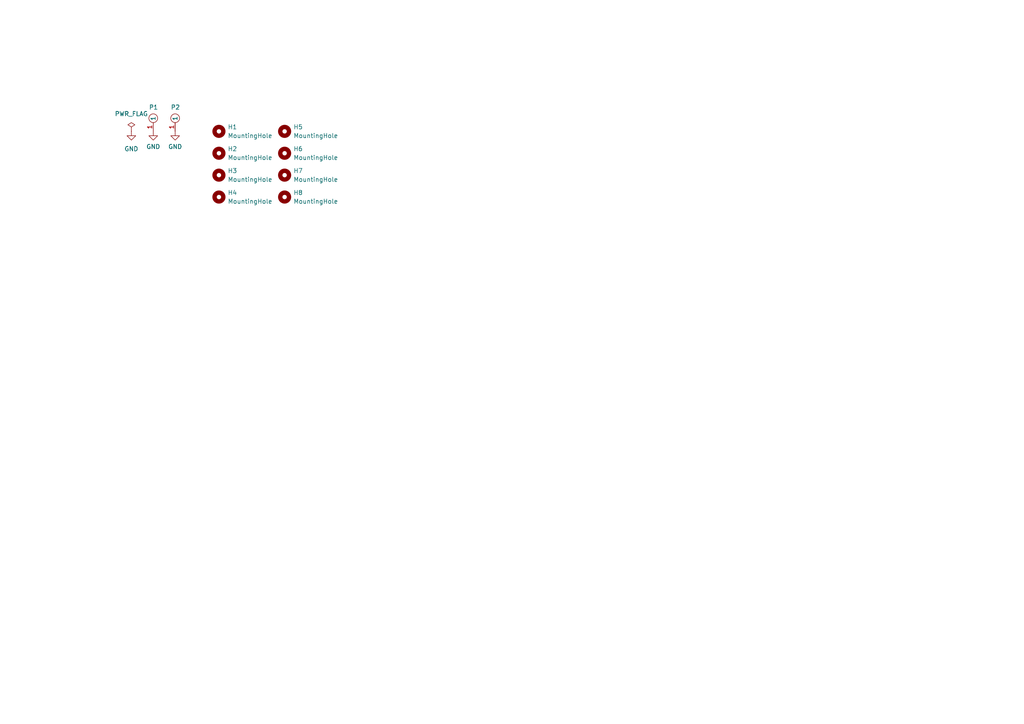
<source format=kicad_sch>
(kicad_sch (version 20211123) (generator eeschema)
  (paper "A4")
  (lib_symbols
    (symbol "00_KeyParts:DummyPad"
      (property "Reference" "P" (at 0 0 0))
      (property "Value" "DummyPad" (at 0 -5.08 0))
      (symbol "DummyPad_0_1"
        (circle (center 3.81 -2.54) (radius 1.27))
      )
      (symbol "DummyPad_1_1"
        (pin input line (at 0 -2.54 0) (length 2.54) (name "1") (number "1"))
      )
    )
    (symbol "Mechanical:MountingHole" (pin_names (offset 1.016))
      (property "Reference" "H" (at 0 5.08 0))
      (property "Value" "MountingHole" (at 0 3.175 0))
      (symbol "MountingHole_0_1"
        (circle (center 0 0) (radius 1.27) (stroke (width 1.27)))
      )
    )
    (symbol "power:GND" (power) (pin_names (offset 0))
      (property "Value" "GND" (at 0 -3.81 0))
      (symbol "GND_0_1"
        (polyline (pts (xy 0 0) (xy 0 -1.27) (xy 1.27 -1.27) (xy 0 -2.54) (xy -1.27 -1.27) (xy 0 -1.27)))
      )
      (symbol "GND_1_1"
        (pin power_in line (at 0 0 270) (length 0) hide (name "GND") (number "1"))
      )
    )
    (symbol "power:PWR_FLAG" (power) (pin_numbers hide) (pin_names (offset 0) hide)
      (property "Value" "PWR_FLAG" (at 0 3.81 0))
      (symbol "PWR_FLAG_0_0"
        (pin power_out line (at 0 0 90) (length 0) (name "pwr") (number "1"))
      )
      (symbol "PWR_FLAG_0_1"
        (polyline (pts (xy 0 0) (xy 0 1.27) (xy -1.016 1.905) (xy 0 2.54) (xy 1.016 1.905) (xy 0 1.27)))
      )
    )
  )
  (symbol (lib_id "Mechanical:MountingHole") (at 63.5 44.45 0) (unit 1)
    (property "Reference" "H2" (at 66.04 43.1799 0) (effects (justify left)))
    (property "Value" "MountingHole" (at 66.04 45.7199 0) (effects (justify left)))
    (property "Footprint" "MountingHole:MountingHole_2.2mm_M2" (effects hide))
  )
  (symbol (lib_id "00_KeyParts:DummyPad") (at 48.26 38.1 90) (unit 1)
    (property "Reference" "P2" (at 49.53 31.115 90) (effects (justify right)))
    (property "Value" "DummyPad" (effects hide))
    (property "Footprint" "00_KeyParts:DummyPad" (effects hide))
  )
  (symbol (lib_id "Mechanical:MountingHole") (at 63.5 57.15 0) (unit 1)
    (property "Reference" "H4" (at 66.04 55.8799 0) (effects (justify left)))
    (property "Value" "MountingHole" (at 66.04 58.4199 0) (effects (justify left)))
    (property "Footprint" "MountingHole:MountingHole_2.2mm_M2" (effects hide))
  )
  (symbol (lib_id "power:GND") (at 44.45 38.1 0) (unit 1)
    (property "Reference" "#PWR0102" (effects hide))
    (property "Value" "GND" (at 44.45 42.545 0))
  )
  (symbol (lib_id "power:GND") (at 50.8 38.1 0) (unit 1)
    (property "Reference" "#PWR0103" (effects hide))
    (property "Value" "GND" (at 50.8 42.545 0))
  )
  (symbol (lib_id "Mechanical:MountingHole") (at 82.55 57.15 0) (unit 1)
    (property "Reference" "H8" (at 85.09 55.8799 0) (effects (justify left)))
    (property "Value" "MountingHole" (at 85.09 58.4199 0) (effects (justify left)))
    (property "Footprint" "MountingHole:MountingHole_2.2mm_M2" (effects hide))
  )
  (symbol (lib_id "power:PWR_FLAG") (at 38.1 38.1 0) (unit 1)
    (property "Reference" "#FLG0101" (effects hide))
    (property "Value" "PWR_FLAG" (at 38.1 33.02 0))
  )
  (symbol (lib_id "00_KeyParts:DummyPad") (at 41.91 38.1 90) (unit 1)
    (property "Reference" "P1" (at 43.18 31.115 90) (effects (justify right)))
    (property "Value" "DummyPad" (effects hide))
    (property "Footprint" "00_KeyParts:DummyPad" (effects hide))
  )
  (symbol (lib_id "power:GND") (at 38.1 38.1 0) (unit 1)
    (property "Reference" "#PWR0101" (effects hide))
    (property "Value" "GND" (at 38.1 43.18 0))
  )
  (symbol (lib_id "Mechanical:MountingHole") (at 63.5 38.1 0) (unit 1)
    (property "Reference" "H1" (at 66.04 36.8299 0) (effects (justify left)))
    (property "Value" "MountingHole" (at 66.04 39.3699 0) (effects (justify left)))
    (property "Footprint" "MountingHole:MountingHole_2.2mm_M2" (effects hide))
  )
  (symbol (lib_id "Mechanical:MountingHole") (at 63.5 50.8 0) (unit 1)
    (property "Reference" "H3" (at 66.04 49.5299 0) (effects (justify left)))
    (property "Value" "MountingHole" (at 66.04 52.0699 0) (effects (justify left)))
    (property "Footprint" "MountingHole:MountingHole_2.2mm_M2" (effects hide))
  )
  (symbol (lib_id "Mechanical:MountingHole") (at 82.55 44.45 0) (unit 1)
    (property "Reference" "H6" (at 85.09 43.1799 0) (effects (justify left)))
    (property "Value" "MountingHole" (at 85.09 45.7199 0) (effects (justify left)))
    (property "Footprint" "MountingHole:MountingHole_2.2mm_M2" (effects hide))
  )
  (symbol (lib_id "Mechanical:MountingHole") (at 82.55 50.8 0) (unit 1)
    (property "Reference" "H7" (at 85.09 49.5299 0) (effects (justify left)))
    (property "Value" "MountingHole" (at 85.09 52.0699 0) (effects (justify left)))
    (property "Footprint" "MountingHole:MountingHole_2.2mm_M2" (effects hide))
  )
  (symbol (lib_id "Mechanical:MountingHole") (at 82.55 38.1 0) (unit 1)
    (property "Reference" "H5" (at 85.09 36.8299 0) (effects (justify left)))
    (property "Value" "MountingHole" (at 85.09 39.3699 0) (effects (justify left)))
    (property "Footprint" "MountingHole:MountingHole_2.2mm_M2" (effects hide))
  )
)
</source>
